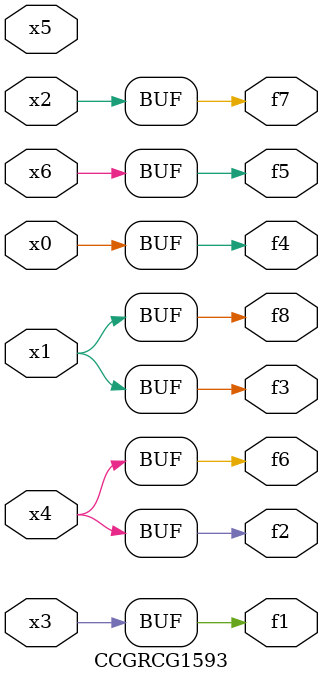
<source format=v>
module CCGRCG1593(
	input x0, x1, x2, x3, x4, x5, x6,
	output f1, f2, f3, f4, f5, f6, f7, f8
);
	assign f1 = x3;
	assign f2 = x4;
	assign f3 = x1;
	assign f4 = x0;
	assign f5 = x6;
	assign f6 = x4;
	assign f7 = x2;
	assign f8 = x1;
endmodule

</source>
